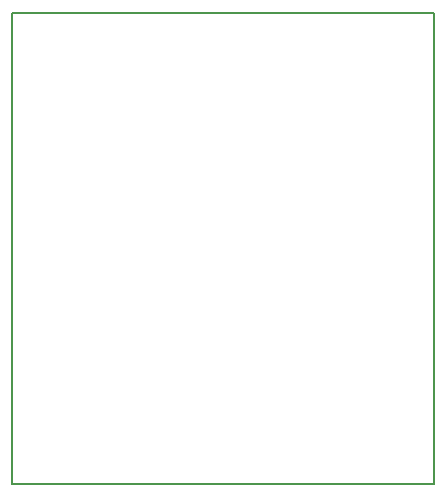
<source format=gm1>
G04 MADE WITH FRITZING*
G04 WWW.FRITZING.ORG*
G04 DOUBLE SIDED*
G04 HOLES PLATED*
G04 CONTOUR ON CENTER OF CONTOUR VECTOR*
%ASAXBY*%
%FSLAX23Y23*%
%MOIN*%
%OFA0B0*%
%SFA1.0B1.0*%
%ADD10R,1.413970X1.576590*%
%ADD11C,0.008000*%
%ADD10C,0.008*%
%LNCONTOUR*%
G90*
G70*
G54D10*
G54D11*
X4Y1573D02*
X1410Y1573D01*
X1410Y4D01*
X4Y4D01*
X4Y1573D01*
D02*
G04 End of contour*
M02*
</source>
